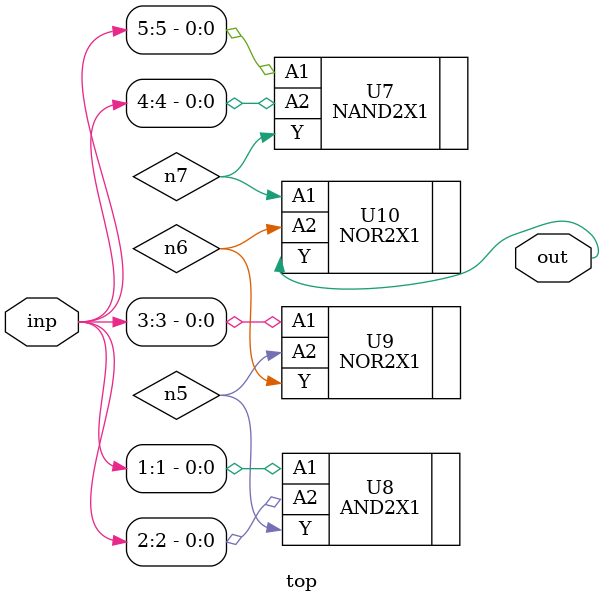
<source format=sv>


module top ( inp, out );
  input [5:0] inp;
  output out;
  wire   n5, n6, n7;

  NAND2X1 U7 ( .A1(inp[5]), .A2(inp[4]), .Y(n7) );
  AND2X1 U8 ( .A1(inp[1]), .A2(inp[2]), .Y(n5) );
  NOR2X1 U9 ( .A1(inp[3]), .A2(n5), .Y(n6) );
  NOR2X1 U10 ( .A1(n7), .A2(n6), .Y(out) );
endmodule


</source>
